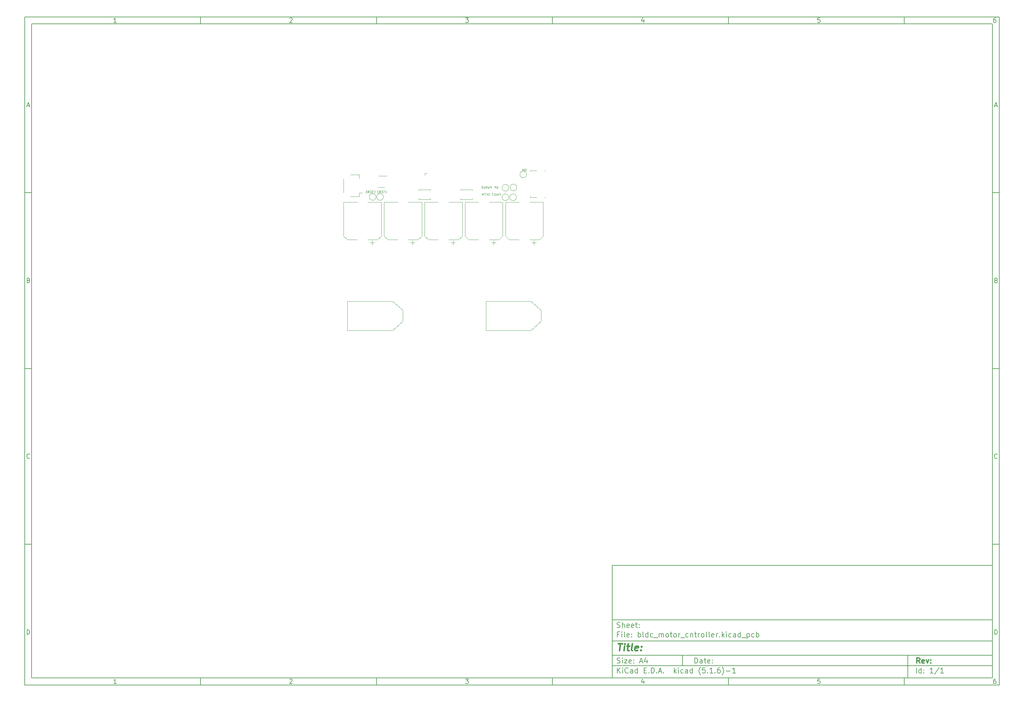
<source format=gbr>
G04 #@! TF.GenerationSoftware,KiCad,Pcbnew,(5.1.6)-1*
G04 #@! TF.CreationDate,2021-03-06T15:59:57+08:00*
G04 #@! TF.ProjectId,bldc_motor_cntroller,626c6463-5f6d-46f7-946f-725f636e7472,rev?*
G04 #@! TF.SameCoordinates,Original*
G04 #@! TF.FileFunction,Legend,Bot*
G04 #@! TF.FilePolarity,Positive*
%FSLAX46Y46*%
G04 Gerber Fmt 4.6, Leading zero omitted, Abs format (unit mm)*
G04 Created by KiCad (PCBNEW (5.1.6)-1) date 2021-03-06 15:59:57*
%MOMM*%
%LPD*%
G01*
G04 APERTURE LIST*
%ADD10C,0.100000*%
%ADD11C,0.150000*%
%ADD12C,0.300000*%
%ADD13C,0.400000*%
%ADD14C,0.120000*%
G04 APERTURE END LIST*
D10*
D11*
X177002200Y-166007200D02*
X177002200Y-198007200D01*
X285002200Y-198007200D01*
X285002200Y-166007200D01*
X177002200Y-166007200D01*
D10*
D11*
X10000000Y-10000000D02*
X10000000Y-200007200D01*
X287002200Y-200007200D01*
X287002200Y-10000000D01*
X10000000Y-10000000D01*
D10*
D11*
X12000000Y-12000000D02*
X12000000Y-198007200D01*
X285002200Y-198007200D01*
X285002200Y-12000000D01*
X12000000Y-12000000D01*
D10*
D11*
X60000000Y-12000000D02*
X60000000Y-10000000D01*
D10*
D11*
X110000000Y-12000000D02*
X110000000Y-10000000D01*
D10*
D11*
X160000000Y-12000000D02*
X160000000Y-10000000D01*
D10*
D11*
X210000000Y-12000000D02*
X210000000Y-10000000D01*
D10*
D11*
X260000000Y-12000000D02*
X260000000Y-10000000D01*
D10*
D11*
X36065476Y-11588095D02*
X35322619Y-11588095D01*
X35694047Y-11588095D02*
X35694047Y-10288095D01*
X35570238Y-10473809D01*
X35446428Y-10597619D01*
X35322619Y-10659523D01*
D10*
D11*
X85322619Y-10411904D02*
X85384523Y-10350000D01*
X85508333Y-10288095D01*
X85817857Y-10288095D01*
X85941666Y-10350000D01*
X86003571Y-10411904D01*
X86065476Y-10535714D01*
X86065476Y-10659523D01*
X86003571Y-10845238D01*
X85260714Y-11588095D01*
X86065476Y-11588095D01*
D10*
D11*
X135260714Y-10288095D02*
X136065476Y-10288095D01*
X135632142Y-10783333D01*
X135817857Y-10783333D01*
X135941666Y-10845238D01*
X136003571Y-10907142D01*
X136065476Y-11030952D01*
X136065476Y-11340476D01*
X136003571Y-11464285D01*
X135941666Y-11526190D01*
X135817857Y-11588095D01*
X135446428Y-11588095D01*
X135322619Y-11526190D01*
X135260714Y-11464285D01*
D10*
D11*
X185941666Y-10721428D02*
X185941666Y-11588095D01*
X185632142Y-10226190D02*
X185322619Y-11154761D01*
X186127380Y-11154761D01*
D10*
D11*
X236003571Y-10288095D02*
X235384523Y-10288095D01*
X235322619Y-10907142D01*
X235384523Y-10845238D01*
X235508333Y-10783333D01*
X235817857Y-10783333D01*
X235941666Y-10845238D01*
X236003571Y-10907142D01*
X236065476Y-11030952D01*
X236065476Y-11340476D01*
X236003571Y-11464285D01*
X235941666Y-11526190D01*
X235817857Y-11588095D01*
X235508333Y-11588095D01*
X235384523Y-11526190D01*
X235322619Y-11464285D01*
D10*
D11*
X285941666Y-10288095D02*
X285694047Y-10288095D01*
X285570238Y-10350000D01*
X285508333Y-10411904D01*
X285384523Y-10597619D01*
X285322619Y-10845238D01*
X285322619Y-11340476D01*
X285384523Y-11464285D01*
X285446428Y-11526190D01*
X285570238Y-11588095D01*
X285817857Y-11588095D01*
X285941666Y-11526190D01*
X286003571Y-11464285D01*
X286065476Y-11340476D01*
X286065476Y-11030952D01*
X286003571Y-10907142D01*
X285941666Y-10845238D01*
X285817857Y-10783333D01*
X285570238Y-10783333D01*
X285446428Y-10845238D01*
X285384523Y-10907142D01*
X285322619Y-11030952D01*
D10*
D11*
X60000000Y-198007200D02*
X60000000Y-200007200D01*
D10*
D11*
X110000000Y-198007200D02*
X110000000Y-200007200D01*
D10*
D11*
X160000000Y-198007200D02*
X160000000Y-200007200D01*
D10*
D11*
X210000000Y-198007200D02*
X210000000Y-200007200D01*
D10*
D11*
X260000000Y-198007200D02*
X260000000Y-200007200D01*
D10*
D11*
X36065476Y-199595295D02*
X35322619Y-199595295D01*
X35694047Y-199595295D02*
X35694047Y-198295295D01*
X35570238Y-198481009D01*
X35446428Y-198604819D01*
X35322619Y-198666723D01*
D10*
D11*
X85322619Y-198419104D02*
X85384523Y-198357200D01*
X85508333Y-198295295D01*
X85817857Y-198295295D01*
X85941666Y-198357200D01*
X86003571Y-198419104D01*
X86065476Y-198542914D01*
X86065476Y-198666723D01*
X86003571Y-198852438D01*
X85260714Y-199595295D01*
X86065476Y-199595295D01*
D10*
D11*
X135260714Y-198295295D02*
X136065476Y-198295295D01*
X135632142Y-198790533D01*
X135817857Y-198790533D01*
X135941666Y-198852438D01*
X136003571Y-198914342D01*
X136065476Y-199038152D01*
X136065476Y-199347676D01*
X136003571Y-199471485D01*
X135941666Y-199533390D01*
X135817857Y-199595295D01*
X135446428Y-199595295D01*
X135322619Y-199533390D01*
X135260714Y-199471485D01*
D10*
D11*
X185941666Y-198728628D02*
X185941666Y-199595295D01*
X185632142Y-198233390D02*
X185322619Y-199161961D01*
X186127380Y-199161961D01*
D10*
D11*
X236003571Y-198295295D02*
X235384523Y-198295295D01*
X235322619Y-198914342D01*
X235384523Y-198852438D01*
X235508333Y-198790533D01*
X235817857Y-198790533D01*
X235941666Y-198852438D01*
X236003571Y-198914342D01*
X236065476Y-199038152D01*
X236065476Y-199347676D01*
X236003571Y-199471485D01*
X235941666Y-199533390D01*
X235817857Y-199595295D01*
X235508333Y-199595295D01*
X235384523Y-199533390D01*
X235322619Y-199471485D01*
D10*
D11*
X285941666Y-198295295D02*
X285694047Y-198295295D01*
X285570238Y-198357200D01*
X285508333Y-198419104D01*
X285384523Y-198604819D01*
X285322619Y-198852438D01*
X285322619Y-199347676D01*
X285384523Y-199471485D01*
X285446428Y-199533390D01*
X285570238Y-199595295D01*
X285817857Y-199595295D01*
X285941666Y-199533390D01*
X286003571Y-199471485D01*
X286065476Y-199347676D01*
X286065476Y-199038152D01*
X286003571Y-198914342D01*
X285941666Y-198852438D01*
X285817857Y-198790533D01*
X285570238Y-198790533D01*
X285446428Y-198852438D01*
X285384523Y-198914342D01*
X285322619Y-199038152D01*
D10*
D11*
X10000000Y-60000000D02*
X12000000Y-60000000D01*
D10*
D11*
X10000000Y-110000000D02*
X12000000Y-110000000D01*
D10*
D11*
X10000000Y-160000000D02*
X12000000Y-160000000D01*
D10*
D11*
X10690476Y-35216666D02*
X11309523Y-35216666D01*
X10566666Y-35588095D02*
X11000000Y-34288095D01*
X11433333Y-35588095D01*
D10*
D11*
X11092857Y-84907142D02*
X11278571Y-84969047D01*
X11340476Y-85030952D01*
X11402380Y-85154761D01*
X11402380Y-85340476D01*
X11340476Y-85464285D01*
X11278571Y-85526190D01*
X11154761Y-85588095D01*
X10659523Y-85588095D01*
X10659523Y-84288095D01*
X11092857Y-84288095D01*
X11216666Y-84350000D01*
X11278571Y-84411904D01*
X11340476Y-84535714D01*
X11340476Y-84659523D01*
X11278571Y-84783333D01*
X11216666Y-84845238D01*
X11092857Y-84907142D01*
X10659523Y-84907142D01*
D10*
D11*
X11402380Y-135464285D02*
X11340476Y-135526190D01*
X11154761Y-135588095D01*
X11030952Y-135588095D01*
X10845238Y-135526190D01*
X10721428Y-135402380D01*
X10659523Y-135278571D01*
X10597619Y-135030952D01*
X10597619Y-134845238D01*
X10659523Y-134597619D01*
X10721428Y-134473809D01*
X10845238Y-134350000D01*
X11030952Y-134288095D01*
X11154761Y-134288095D01*
X11340476Y-134350000D01*
X11402380Y-134411904D01*
D10*
D11*
X10659523Y-185588095D02*
X10659523Y-184288095D01*
X10969047Y-184288095D01*
X11154761Y-184350000D01*
X11278571Y-184473809D01*
X11340476Y-184597619D01*
X11402380Y-184845238D01*
X11402380Y-185030952D01*
X11340476Y-185278571D01*
X11278571Y-185402380D01*
X11154761Y-185526190D01*
X10969047Y-185588095D01*
X10659523Y-185588095D01*
D10*
D11*
X287002200Y-60000000D02*
X285002200Y-60000000D01*
D10*
D11*
X287002200Y-110000000D02*
X285002200Y-110000000D01*
D10*
D11*
X287002200Y-160000000D02*
X285002200Y-160000000D01*
D10*
D11*
X285692676Y-35216666D02*
X286311723Y-35216666D01*
X285568866Y-35588095D02*
X286002200Y-34288095D01*
X286435533Y-35588095D01*
D10*
D11*
X286095057Y-84907142D02*
X286280771Y-84969047D01*
X286342676Y-85030952D01*
X286404580Y-85154761D01*
X286404580Y-85340476D01*
X286342676Y-85464285D01*
X286280771Y-85526190D01*
X286156961Y-85588095D01*
X285661723Y-85588095D01*
X285661723Y-84288095D01*
X286095057Y-84288095D01*
X286218866Y-84350000D01*
X286280771Y-84411904D01*
X286342676Y-84535714D01*
X286342676Y-84659523D01*
X286280771Y-84783333D01*
X286218866Y-84845238D01*
X286095057Y-84907142D01*
X285661723Y-84907142D01*
D10*
D11*
X286404580Y-135464285D02*
X286342676Y-135526190D01*
X286156961Y-135588095D01*
X286033152Y-135588095D01*
X285847438Y-135526190D01*
X285723628Y-135402380D01*
X285661723Y-135278571D01*
X285599819Y-135030952D01*
X285599819Y-134845238D01*
X285661723Y-134597619D01*
X285723628Y-134473809D01*
X285847438Y-134350000D01*
X286033152Y-134288095D01*
X286156961Y-134288095D01*
X286342676Y-134350000D01*
X286404580Y-134411904D01*
D10*
D11*
X285661723Y-185588095D02*
X285661723Y-184288095D01*
X285971247Y-184288095D01*
X286156961Y-184350000D01*
X286280771Y-184473809D01*
X286342676Y-184597619D01*
X286404580Y-184845238D01*
X286404580Y-185030952D01*
X286342676Y-185278571D01*
X286280771Y-185402380D01*
X286156961Y-185526190D01*
X285971247Y-185588095D01*
X285661723Y-185588095D01*
D10*
D11*
X200434342Y-193785771D02*
X200434342Y-192285771D01*
X200791485Y-192285771D01*
X201005771Y-192357200D01*
X201148628Y-192500057D01*
X201220057Y-192642914D01*
X201291485Y-192928628D01*
X201291485Y-193142914D01*
X201220057Y-193428628D01*
X201148628Y-193571485D01*
X201005771Y-193714342D01*
X200791485Y-193785771D01*
X200434342Y-193785771D01*
X202577200Y-193785771D02*
X202577200Y-193000057D01*
X202505771Y-192857200D01*
X202362914Y-192785771D01*
X202077200Y-192785771D01*
X201934342Y-192857200D01*
X202577200Y-193714342D02*
X202434342Y-193785771D01*
X202077200Y-193785771D01*
X201934342Y-193714342D01*
X201862914Y-193571485D01*
X201862914Y-193428628D01*
X201934342Y-193285771D01*
X202077200Y-193214342D01*
X202434342Y-193214342D01*
X202577200Y-193142914D01*
X203077200Y-192785771D02*
X203648628Y-192785771D01*
X203291485Y-192285771D02*
X203291485Y-193571485D01*
X203362914Y-193714342D01*
X203505771Y-193785771D01*
X203648628Y-193785771D01*
X204720057Y-193714342D02*
X204577200Y-193785771D01*
X204291485Y-193785771D01*
X204148628Y-193714342D01*
X204077200Y-193571485D01*
X204077200Y-193000057D01*
X204148628Y-192857200D01*
X204291485Y-192785771D01*
X204577200Y-192785771D01*
X204720057Y-192857200D01*
X204791485Y-193000057D01*
X204791485Y-193142914D01*
X204077200Y-193285771D01*
X205434342Y-193642914D02*
X205505771Y-193714342D01*
X205434342Y-193785771D01*
X205362914Y-193714342D01*
X205434342Y-193642914D01*
X205434342Y-193785771D01*
X205434342Y-192857200D02*
X205505771Y-192928628D01*
X205434342Y-193000057D01*
X205362914Y-192928628D01*
X205434342Y-192857200D01*
X205434342Y-193000057D01*
D10*
D11*
X177002200Y-194507200D02*
X285002200Y-194507200D01*
D10*
D11*
X178434342Y-196585771D02*
X178434342Y-195085771D01*
X179291485Y-196585771D02*
X178648628Y-195728628D01*
X179291485Y-195085771D02*
X178434342Y-195942914D01*
X179934342Y-196585771D02*
X179934342Y-195585771D01*
X179934342Y-195085771D02*
X179862914Y-195157200D01*
X179934342Y-195228628D01*
X180005771Y-195157200D01*
X179934342Y-195085771D01*
X179934342Y-195228628D01*
X181505771Y-196442914D02*
X181434342Y-196514342D01*
X181220057Y-196585771D01*
X181077200Y-196585771D01*
X180862914Y-196514342D01*
X180720057Y-196371485D01*
X180648628Y-196228628D01*
X180577200Y-195942914D01*
X180577200Y-195728628D01*
X180648628Y-195442914D01*
X180720057Y-195300057D01*
X180862914Y-195157200D01*
X181077200Y-195085771D01*
X181220057Y-195085771D01*
X181434342Y-195157200D01*
X181505771Y-195228628D01*
X182791485Y-196585771D02*
X182791485Y-195800057D01*
X182720057Y-195657200D01*
X182577200Y-195585771D01*
X182291485Y-195585771D01*
X182148628Y-195657200D01*
X182791485Y-196514342D02*
X182648628Y-196585771D01*
X182291485Y-196585771D01*
X182148628Y-196514342D01*
X182077200Y-196371485D01*
X182077200Y-196228628D01*
X182148628Y-196085771D01*
X182291485Y-196014342D01*
X182648628Y-196014342D01*
X182791485Y-195942914D01*
X184148628Y-196585771D02*
X184148628Y-195085771D01*
X184148628Y-196514342D02*
X184005771Y-196585771D01*
X183720057Y-196585771D01*
X183577200Y-196514342D01*
X183505771Y-196442914D01*
X183434342Y-196300057D01*
X183434342Y-195871485D01*
X183505771Y-195728628D01*
X183577200Y-195657200D01*
X183720057Y-195585771D01*
X184005771Y-195585771D01*
X184148628Y-195657200D01*
X186005771Y-195800057D02*
X186505771Y-195800057D01*
X186720057Y-196585771D02*
X186005771Y-196585771D01*
X186005771Y-195085771D01*
X186720057Y-195085771D01*
X187362914Y-196442914D02*
X187434342Y-196514342D01*
X187362914Y-196585771D01*
X187291485Y-196514342D01*
X187362914Y-196442914D01*
X187362914Y-196585771D01*
X188077200Y-196585771D02*
X188077200Y-195085771D01*
X188434342Y-195085771D01*
X188648628Y-195157200D01*
X188791485Y-195300057D01*
X188862914Y-195442914D01*
X188934342Y-195728628D01*
X188934342Y-195942914D01*
X188862914Y-196228628D01*
X188791485Y-196371485D01*
X188648628Y-196514342D01*
X188434342Y-196585771D01*
X188077200Y-196585771D01*
X189577200Y-196442914D02*
X189648628Y-196514342D01*
X189577200Y-196585771D01*
X189505771Y-196514342D01*
X189577200Y-196442914D01*
X189577200Y-196585771D01*
X190220057Y-196157200D02*
X190934342Y-196157200D01*
X190077200Y-196585771D02*
X190577200Y-195085771D01*
X191077200Y-196585771D01*
X191577200Y-196442914D02*
X191648628Y-196514342D01*
X191577200Y-196585771D01*
X191505771Y-196514342D01*
X191577200Y-196442914D01*
X191577200Y-196585771D01*
X194577200Y-196585771D02*
X194577200Y-195085771D01*
X194720057Y-196014342D02*
X195148628Y-196585771D01*
X195148628Y-195585771D02*
X194577200Y-196157200D01*
X195791485Y-196585771D02*
X195791485Y-195585771D01*
X195791485Y-195085771D02*
X195720057Y-195157200D01*
X195791485Y-195228628D01*
X195862914Y-195157200D01*
X195791485Y-195085771D01*
X195791485Y-195228628D01*
X197148628Y-196514342D02*
X197005771Y-196585771D01*
X196720057Y-196585771D01*
X196577200Y-196514342D01*
X196505771Y-196442914D01*
X196434342Y-196300057D01*
X196434342Y-195871485D01*
X196505771Y-195728628D01*
X196577200Y-195657200D01*
X196720057Y-195585771D01*
X197005771Y-195585771D01*
X197148628Y-195657200D01*
X198434342Y-196585771D02*
X198434342Y-195800057D01*
X198362914Y-195657200D01*
X198220057Y-195585771D01*
X197934342Y-195585771D01*
X197791485Y-195657200D01*
X198434342Y-196514342D02*
X198291485Y-196585771D01*
X197934342Y-196585771D01*
X197791485Y-196514342D01*
X197720057Y-196371485D01*
X197720057Y-196228628D01*
X197791485Y-196085771D01*
X197934342Y-196014342D01*
X198291485Y-196014342D01*
X198434342Y-195942914D01*
X199791485Y-196585771D02*
X199791485Y-195085771D01*
X199791485Y-196514342D02*
X199648628Y-196585771D01*
X199362914Y-196585771D01*
X199220057Y-196514342D01*
X199148628Y-196442914D01*
X199077200Y-196300057D01*
X199077200Y-195871485D01*
X199148628Y-195728628D01*
X199220057Y-195657200D01*
X199362914Y-195585771D01*
X199648628Y-195585771D01*
X199791485Y-195657200D01*
X202077200Y-197157200D02*
X202005771Y-197085771D01*
X201862914Y-196871485D01*
X201791485Y-196728628D01*
X201720057Y-196514342D01*
X201648628Y-196157200D01*
X201648628Y-195871485D01*
X201720057Y-195514342D01*
X201791485Y-195300057D01*
X201862914Y-195157200D01*
X202005771Y-194942914D01*
X202077200Y-194871485D01*
X203362914Y-195085771D02*
X202648628Y-195085771D01*
X202577200Y-195800057D01*
X202648628Y-195728628D01*
X202791485Y-195657200D01*
X203148628Y-195657200D01*
X203291485Y-195728628D01*
X203362914Y-195800057D01*
X203434342Y-195942914D01*
X203434342Y-196300057D01*
X203362914Y-196442914D01*
X203291485Y-196514342D01*
X203148628Y-196585771D01*
X202791485Y-196585771D01*
X202648628Y-196514342D01*
X202577200Y-196442914D01*
X204077200Y-196442914D02*
X204148628Y-196514342D01*
X204077200Y-196585771D01*
X204005771Y-196514342D01*
X204077200Y-196442914D01*
X204077200Y-196585771D01*
X205577200Y-196585771D02*
X204720057Y-196585771D01*
X205148628Y-196585771D02*
X205148628Y-195085771D01*
X205005771Y-195300057D01*
X204862914Y-195442914D01*
X204720057Y-195514342D01*
X206220057Y-196442914D02*
X206291485Y-196514342D01*
X206220057Y-196585771D01*
X206148628Y-196514342D01*
X206220057Y-196442914D01*
X206220057Y-196585771D01*
X207577200Y-195085771D02*
X207291485Y-195085771D01*
X207148628Y-195157200D01*
X207077200Y-195228628D01*
X206934342Y-195442914D01*
X206862914Y-195728628D01*
X206862914Y-196300057D01*
X206934342Y-196442914D01*
X207005771Y-196514342D01*
X207148628Y-196585771D01*
X207434342Y-196585771D01*
X207577200Y-196514342D01*
X207648628Y-196442914D01*
X207720057Y-196300057D01*
X207720057Y-195942914D01*
X207648628Y-195800057D01*
X207577200Y-195728628D01*
X207434342Y-195657200D01*
X207148628Y-195657200D01*
X207005771Y-195728628D01*
X206934342Y-195800057D01*
X206862914Y-195942914D01*
X208220057Y-197157200D02*
X208291485Y-197085771D01*
X208434342Y-196871485D01*
X208505771Y-196728628D01*
X208577200Y-196514342D01*
X208648628Y-196157200D01*
X208648628Y-195871485D01*
X208577200Y-195514342D01*
X208505771Y-195300057D01*
X208434342Y-195157200D01*
X208291485Y-194942914D01*
X208220057Y-194871485D01*
X209362914Y-196014342D02*
X210505771Y-196014342D01*
X212005771Y-196585771D02*
X211148628Y-196585771D01*
X211577200Y-196585771D02*
X211577200Y-195085771D01*
X211434342Y-195300057D01*
X211291485Y-195442914D01*
X211148628Y-195514342D01*
D10*
D11*
X177002200Y-191507200D02*
X285002200Y-191507200D01*
D10*
D12*
X264411485Y-193785771D02*
X263911485Y-193071485D01*
X263554342Y-193785771D02*
X263554342Y-192285771D01*
X264125771Y-192285771D01*
X264268628Y-192357200D01*
X264340057Y-192428628D01*
X264411485Y-192571485D01*
X264411485Y-192785771D01*
X264340057Y-192928628D01*
X264268628Y-193000057D01*
X264125771Y-193071485D01*
X263554342Y-193071485D01*
X265625771Y-193714342D02*
X265482914Y-193785771D01*
X265197200Y-193785771D01*
X265054342Y-193714342D01*
X264982914Y-193571485D01*
X264982914Y-193000057D01*
X265054342Y-192857200D01*
X265197200Y-192785771D01*
X265482914Y-192785771D01*
X265625771Y-192857200D01*
X265697200Y-193000057D01*
X265697200Y-193142914D01*
X264982914Y-193285771D01*
X266197200Y-192785771D02*
X266554342Y-193785771D01*
X266911485Y-192785771D01*
X267482914Y-193642914D02*
X267554342Y-193714342D01*
X267482914Y-193785771D01*
X267411485Y-193714342D01*
X267482914Y-193642914D01*
X267482914Y-193785771D01*
X267482914Y-192857200D02*
X267554342Y-192928628D01*
X267482914Y-193000057D01*
X267411485Y-192928628D01*
X267482914Y-192857200D01*
X267482914Y-193000057D01*
D10*
D11*
X178362914Y-193714342D02*
X178577200Y-193785771D01*
X178934342Y-193785771D01*
X179077200Y-193714342D01*
X179148628Y-193642914D01*
X179220057Y-193500057D01*
X179220057Y-193357200D01*
X179148628Y-193214342D01*
X179077200Y-193142914D01*
X178934342Y-193071485D01*
X178648628Y-193000057D01*
X178505771Y-192928628D01*
X178434342Y-192857200D01*
X178362914Y-192714342D01*
X178362914Y-192571485D01*
X178434342Y-192428628D01*
X178505771Y-192357200D01*
X178648628Y-192285771D01*
X179005771Y-192285771D01*
X179220057Y-192357200D01*
X179862914Y-193785771D02*
X179862914Y-192785771D01*
X179862914Y-192285771D02*
X179791485Y-192357200D01*
X179862914Y-192428628D01*
X179934342Y-192357200D01*
X179862914Y-192285771D01*
X179862914Y-192428628D01*
X180434342Y-192785771D02*
X181220057Y-192785771D01*
X180434342Y-193785771D01*
X181220057Y-193785771D01*
X182362914Y-193714342D02*
X182220057Y-193785771D01*
X181934342Y-193785771D01*
X181791485Y-193714342D01*
X181720057Y-193571485D01*
X181720057Y-193000057D01*
X181791485Y-192857200D01*
X181934342Y-192785771D01*
X182220057Y-192785771D01*
X182362914Y-192857200D01*
X182434342Y-193000057D01*
X182434342Y-193142914D01*
X181720057Y-193285771D01*
X183077200Y-193642914D02*
X183148628Y-193714342D01*
X183077200Y-193785771D01*
X183005771Y-193714342D01*
X183077200Y-193642914D01*
X183077200Y-193785771D01*
X183077200Y-192857200D02*
X183148628Y-192928628D01*
X183077200Y-193000057D01*
X183005771Y-192928628D01*
X183077200Y-192857200D01*
X183077200Y-193000057D01*
X184862914Y-193357200D02*
X185577200Y-193357200D01*
X184720057Y-193785771D02*
X185220057Y-192285771D01*
X185720057Y-193785771D01*
X186862914Y-192785771D02*
X186862914Y-193785771D01*
X186505771Y-192214342D02*
X186148628Y-193285771D01*
X187077200Y-193285771D01*
D10*
D11*
X263434342Y-196585771D02*
X263434342Y-195085771D01*
X264791485Y-196585771D02*
X264791485Y-195085771D01*
X264791485Y-196514342D02*
X264648628Y-196585771D01*
X264362914Y-196585771D01*
X264220057Y-196514342D01*
X264148628Y-196442914D01*
X264077200Y-196300057D01*
X264077200Y-195871485D01*
X264148628Y-195728628D01*
X264220057Y-195657200D01*
X264362914Y-195585771D01*
X264648628Y-195585771D01*
X264791485Y-195657200D01*
X265505771Y-196442914D02*
X265577200Y-196514342D01*
X265505771Y-196585771D01*
X265434342Y-196514342D01*
X265505771Y-196442914D01*
X265505771Y-196585771D01*
X265505771Y-195657200D02*
X265577200Y-195728628D01*
X265505771Y-195800057D01*
X265434342Y-195728628D01*
X265505771Y-195657200D01*
X265505771Y-195800057D01*
X268148628Y-196585771D02*
X267291485Y-196585771D01*
X267720057Y-196585771D02*
X267720057Y-195085771D01*
X267577200Y-195300057D01*
X267434342Y-195442914D01*
X267291485Y-195514342D01*
X269862914Y-195014342D02*
X268577200Y-196942914D01*
X271148628Y-196585771D02*
X270291485Y-196585771D01*
X270720057Y-196585771D02*
X270720057Y-195085771D01*
X270577200Y-195300057D01*
X270434342Y-195442914D01*
X270291485Y-195514342D01*
D10*
D11*
X177002200Y-187507200D02*
X285002200Y-187507200D01*
D10*
D13*
X178714580Y-188211961D02*
X179857438Y-188211961D01*
X179036009Y-190211961D02*
X179286009Y-188211961D01*
X180274104Y-190211961D02*
X180440771Y-188878628D01*
X180524104Y-188211961D02*
X180416961Y-188307200D01*
X180500295Y-188402438D01*
X180607438Y-188307200D01*
X180524104Y-188211961D01*
X180500295Y-188402438D01*
X181107438Y-188878628D02*
X181869342Y-188878628D01*
X181476485Y-188211961D02*
X181262200Y-189926247D01*
X181333628Y-190116723D01*
X181512200Y-190211961D01*
X181702676Y-190211961D01*
X182655057Y-190211961D02*
X182476485Y-190116723D01*
X182405057Y-189926247D01*
X182619342Y-188211961D01*
X184190771Y-190116723D02*
X183988390Y-190211961D01*
X183607438Y-190211961D01*
X183428866Y-190116723D01*
X183357438Y-189926247D01*
X183452676Y-189164342D01*
X183571723Y-188973866D01*
X183774104Y-188878628D01*
X184155057Y-188878628D01*
X184333628Y-188973866D01*
X184405057Y-189164342D01*
X184381247Y-189354819D01*
X183405057Y-189545295D01*
X185155057Y-190021485D02*
X185238390Y-190116723D01*
X185131247Y-190211961D01*
X185047914Y-190116723D01*
X185155057Y-190021485D01*
X185131247Y-190211961D01*
X185286009Y-188973866D02*
X185369342Y-189069104D01*
X185262200Y-189164342D01*
X185178866Y-189069104D01*
X185286009Y-188973866D01*
X185262200Y-189164342D01*
D10*
D11*
X178934342Y-185600057D02*
X178434342Y-185600057D01*
X178434342Y-186385771D02*
X178434342Y-184885771D01*
X179148628Y-184885771D01*
X179720057Y-186385771D02*
X179720057Y-185385771D01*
X179720057Y-184885771D02*
X179648628Y-184957200D01*
X179720057Y-185028628D01*
X179791485Y-184957200D01*
X179720057Y-184885771D01*
X179720057Y-185028628D01*
X180648628Y-186385771D02*
X180505771Y-186314342D01*
X180434342Y-186171485D01*
X180434342Y-184885771D01*
X181791485Y-186314342D02*
X181648628Y-186385771D01*
X181362914Y-186385771D01*
X181220057Y-186314342D01*
X181148628Y-186171485D01*
X181148628Y-185600057D01*
X181220057Y-185457200D01*
X181362914Y-185385771D01*
X181648628Y-185385771D01*
X181791485Y-185457200D01*
X181862914Y-185600057D01*
X181862914Y-185742914D01*
X181148628Y-185885771D01*
X182505771Y-186242914D02*
X182577200Y-186314342D01*
X182505771Y-186385771D01*
X182434342Y-186314342D01*
X182505771Y-186242914D01*
X182505771Y-186385771D01*
X182505771Y-185457200D02*
X182577200Y-185528628D01*
X182505771Y-185600057D01*
X182434342Y-185528628D01*
X182505771Y-185457200D01*
X182505771Y-185600057D01*
X184362914Y-186385771D02*
X184362914Y-184885771D01*
X184362914Y-185457200D02*
X184505771Y-185385771D01*
X184791485Y-185385771D01*
X184934342Y-185457200D01*
X185005771Y-185528628D01*
X185077200Y-185671485D01*
X185077200Y-186100057D01*
X185005771Y-186242914D01*
X184934342Y-186314342D01*
X184791485Y-186385771D01*
X184505771Y-186385771D01*
X184362914Y-186314342D01*
X185934342Y-186385771D02*
X185791485Y-186314342D01*
X185720057Y-186171485D01*
X185720057Y-184885771D01*
X187148628Y-186385771D02*
X187148628Y-184885771D01*
X187148628Y-186314342D02*
X187005771Y-186385771D01*
X186720057Y-186385771D01*
X186577200Y-186314342D01*
X186505771Y-186242914D01*
X186434342Y-186100057D01*
X186434342Y-185671485D01*
X186505771Y-185528628D01*
X186577200Y-185457200D01*
X186720057Y-185385771D01*
X187005771Y-185385771D01*
X187148628Y-185457200D01*
X188505771Y-186314342D02*
X188362914Y-186385771D01*
X188077200Y-186385771D01*
X187934342Y-186314342D01*
X187862914Y-186242914D01*
X187791485Y-186100057D01*
X187791485Y-185671485D01*
X187862914Y-185528628D01*
X187934342Y-185457200D01*
X188077200Y-185385771D01*
X188362914Y-185385771D01*
X188505771Y-185457200D01*
X188791485Y-186528628D02*
X189934342Y-186528628D01*
X190291485Y-186385771D02*
X190291485Y-185385771D01*
X190291485Y-185528628D02*
X190362914Y-185457200D01*
X190505771Y-185385771D01*
X190720057Y-185385771D01*
X190862914Y-185457200D01*
X190934342Y-185600057D01*
X190934342Y-186385771D01*
X190934342Y-185600057D02*
X191005771Y-185457200D01*
X191148628Y-185385771D01*
X191362914Y-185385771D01*
X191505771Y-185457200D01*
X191577200Y-185600057D01*
X191577200Y-186385771D01*
X192505771Y-186385771D02*
X192362914Y-186314342D01*
X192291485Y-186242914D01*
X192220057Y-186100057D01*
X192220057Y-185671485D01*
X192291485Y-185528628D01*
X192362914Y-185457200D01*
X192505771Y-185385771D01*
X192720057Y-185385771D01*
X192862914Y-185457200D01*
X192934342Y-185528628D01*
X193005771Y-185671485D01*
X193005771Y-186100057D01*
X192934342Y-186242914D01*
X192862914Y-186314342D01*
X192720057Y-186385771D01*
X192505771Y-186385771D01*
X193434342Y-185385771D02*
X194005771Y-185385771D01*
X193648628Y-184885771D02*
X193648628Y-186171485D01*
X193720057Y-186314342D01*
X193862914Y-186385771D01*
X194005771Y-186385771D01*
X194720057Y-186385771D02*
X194577200Y-186314342D01*
X194505771Y-186242914D01*
X194434342Y-186100057D01*
X194434342Y-185671485D01*
X194505771Y-185528628D01*
X194577200Y-185457200D01*
X194720057Y-185385771D01*
X194934342Y-185385771D01*
X195077200Y-185457200D01*
X195148628Y-185528628D01*
X195220057Y-185671485D01*
X195220057Y-186100057D01*
X195148628Y-186242914D01*
X195077200Y-186314342D01*
X194934342Y-186385771D01*
X194720057Y-186385771D01*
X195862914Y-186385771D02*
X195862914Y-185385771D01*
X195862914Y-185671485D02*
X195934342Y-185528628D01*
X196005771Y-185457200D01*
X196148628Y-185385771D01*
X196291485Y-185385771D01*
X196434342Y-186528628D02*
X197577200Y-186528628D01*
X198577200Y-186314342D02*
X198434342Y-186385771D01*
X198148628Y-186385771D01*
X198005771Y-186314342D01*
X197934342Y-186242914D01*
X197862914Y-186100057D01*
X197862914Y-185671485D01*
X197934342Y-185528628D01*
X198005771Y-185457200D01*
X198148628Y-185385771D01*
X198434342Y-185385771D01*
X198577200Y-185457200D01*
X199220057Y-185385771D02*
X199220057Y-186385771D01*
X199220057Y-185528628D02*
X199291485Y-185457200D01*
X199434342Y-185385771D01*
X199648628Y-185385771D01*
X199791485Y-185457200D01*
X199862914Y-185600057D01*
X199862914Y-186385771D01*
X200362914Y-185385771D02*
X200934342Y-185385771D01*
X200577200Y-184885771D02*
X200577200Y-186171485D01*
X200648628Y-186314342D01*
X200791485Y-186385771D01*
X200934342Y-186385771D01*
X201434342Y-186385771D02*
X201434342Y-185385771D01*
X201434342Y-185671485D02*
X201505771Y-185528628D01*
X201577200Y-185457200D01*
X201720057Y-185385771D01*
X201862914Y-185385771D01*
X202577200Y-186385771D02*
X202434342Y-186314342D01*
X202362914Y-186242914D01*
X202291485Y-186100057D01*
X202291485Y-185671485D01*
X202362914Y-185528628D01*
X202434342Y-185457200D01*
X202577200Y-185385771D01*
X202791485Y-185385771D01*
X202934342Y-185457200D01*
X203005771Y-185528628D01*
X203077200Y-185671485D01*
X203077200Y-186100057D01*
X203005771Y-186242914D01*
X202934342Y-186314342D01*
X202791485Y-186385771D01*
X202577200Y-186385771D01*
X203934342Y-186385771D02*
X203791485Y-186314342D01*
X203720057Y-186171485D01*
X203720057Y-184885771D01*
X204720057Y-186385771D02*
X204577200Y-186314342D01*
X204505771Y-186171485D01*
X204505771Y-184885771D01*
X205862914Y-186314342D02*
X205720057Y-186385771D01*
X205434342Y-186385771D01*
X205291485Y-186314342D01*
X205220057Y-186171485D01*
X205220057Y-185600057D01*
X205291485Y-185457200D01*
X205434342Y-185385771D01*
X205720057Y-185385771D01*
X205862914Y-185457200D01*
X205934342Y-185600057D01*
X205934342Y-185742914D01*
X205220057Y-185885771D01*
X206577200Y-186385771D02*
X206577200Y-185385771D01*
X206577200Y-185671485D02*
X206648628Y-185528628D01*
X206720057Y-185457200D01*
X206862914Y-185385771D01*
X207005771Y-185385771D01*
X207505771Y-186242914D02*
X207577200Y-186314342D01*
X207505771Y-186385771D01*
X207434342Y-186314342D01*
X207505771Y-186242914D01*
X207505771Y-186385771D01*
X208220057Y-186385771D02*
X208220057Y-184885771D01*
X208362914Y-185814342D02*
X208791485Y-186385771D01*
X208791485Y-185385771D02*
X208220057Y-185957200D01*
X209434342Y-186385771D02*
X209434342Y-185385771D01*
X209434342Y-184885771D02*
X209362914Y-184957200D01*
X209434342Y-185028628D01*
X209505771Y-184957200D01*
X209434342Y-184885771D01*
X209434342Y-185028628D01*
X210791485Y-186314342D02*
X210648628Y-186385771D01*
X210362914Y-186385771D01*
X210220057Y-186314342D01*
X210148628Y-186242914D01*
X210077200Y-186100057D01*
X210077200Y-185671485D01*
X210148628Y-185528628D01*
X210220057Y-185457200D01*
X210362914Y-185385771D01*
X210648628Y-185385771D01*
X210791485Y-185457200D01*
X212077200Y-186385771D02*
X212077200Y-185600057D01*
X212005771Y-185457200D01*
X211862914Y-185385771D01*
X211577200Y-185385771D01*
X211434342Y-185457200D01*
X212077200Y-186314342D02*
X211934342Y-186385771D01*
X211577200Y-186385771D01*
X211434342Y-186314342D01*
X211362914Y-186171485D01*
X211362914Y-186028628D01*
X211434342Y-185885771D01*
X211577200Y-185814342D01*
X211934342Y-185814342D01*
X212077200Y-185742914D01*
X213434342Y-186385771D02*
X213434342Y-184885771D01*
X213434342Y-186314342D02*
X213291485Y-186385771D01*
X213005771Y-186385771D01*
X212862914Y-186314342D01*
X212791485Y-186242914D01*
X212720057Y-186100057D01*
X212720057Y-185671485D01*
X212791485Y-185528628D01*
X212862914Y-185457200D01*
X213005771Y-185385771D01*
X213291485Y-185385771D01*
X213434342Y-185457200D01*
X213791485Y-186528628D02*
X214934342Y-186528628D01*
X215291485Y-185385771D02*
X215291485Y-186885771D01*
X215291485Y-185457200D02*
X215434342Y-185385771D01*
X215720057Y-185385771D01*
X215862914Y-185457200D01*
X215934342Y-185528628D01*
X216005771Y-185671485D01*
X216005771Y-186100057D01*
X215934342Y-186242914D01*
X215862914Y-186314342D01*
X215720057Y-186385771D01*
X215434342Y-186385771D01*
X215291485Y-186314342D01*
X217291485Y-186314342D02*
X217148628Y-186385771D01*
X216862914Y-186385771D01*
X216720057Y-186314342D01*
X216648628Y-186242914D01*
X216577200Y-186100057D01*
X216577200Y-185671485D01*
X216648628Y-185528628D01*
X216720057Y-185457200D01*
X216862914Y-185385771D01*
X217148628Y-185385771D01*
X217291485Y-185457200D01*
X217934342Y-186385771D02*
X217934342Y-184885771D01*
X217934342Y-185457200D02*
X218077200Y-185385771D01*
X218362914Y-185385771D01*
X218505771Y-185457200D01*
X218577200Y-185528628D01*
X218648628Y-185671485D01*
X218648628Y-186100057D01*
X218577200Y-186242914D01*
X218505771Y-186314342D01*
X218362914Y-186385771D01*
X218077200Y-186385771D01*
X217934342Y-186314342D01*
D10*
D11*
X177002200Y-181507200D02*
X285002200Y-181507200D01*
D10*
D11*
X178362914Y-183614342D02*
X178577200Y-183685771D01*
X178934342Y-183685771D01*
X179077200Y-183614342D01*
X179148628Y-183542914D01*
X179220057Y-183400057D01*
X179220057Y-183257200D01*
X179148628Y-183114342D01*
X179077200Y-183042914D01*
X178934342Y-182971485D01*
X178648628Y-182900057D01*
X178505771Y-182828628D01*
X178434342Y-182757200D01*
X178362914Y-182614342D01*
X178362914Y-182471485D01*
X178434342Y-182328628D01*
X178505771Y-182257200D01*
X178648628Y-182185771D01*
X179005771Y-182185771D01*
X179220057Y-182257200D01*
X179862914Y-183685771D02*
X179862914Y-182185771D01*
X180505771Y-183685771D02*
X180505771Y-182900057D01*
X180434342Y-182757200D01*
X180291485Y-182685771D01*
X180077200Y-182685771D01*
X179934342Y-182757200D01*
X179862914Y-182828628D01*
X181791485Y-183614342D02*
X181648628Y-183685771D01*
X181362914Y-183685771D01*
X181220057Y-183614342D01*
X181148628Y-183471485D01*
X181148628Y-182900057D01*
X181220057Y-182757200D01*
X181362914Y-182685771D01*
X181648628Y-182685771D01*
X181791485Y-182757200D01*
X181862914Y-182900057D01*
X181862914Y-183042914D01*
X181148628Y-183185771D01*
X183077200Y-183614342D02*
X182934342Y-183685771D01*
X182648628Y-183685771D01*
X182505771Y-183614342D01*
X182434342Y-183471485D01*
X182434342Y-182900057D01*
X182505771Y-182757200D01*
X182648628Y-182685771D01*
X182934342Y-182685771D01*
X183077200Y-182757200D01*
X183148628Y-182900057D01*
X183148628Y-183042914D01*
X182434342Y-183185771D01*
X183577200Y-182685771D02*
X184148628Y-182685771D01*
X183791485Y-182185771D02*
X183791485Y-183471485D01*
X183862914Y-183614342D01*
X184005771Y-183685771D01*
X184148628Y-183685771D01*
X184648628Y-183542914D02*
X184720057Y-183614342D01*
X184648628Y-183685771D01*
X184577200Y-183614342D01*
X184648628Y-183542914D01*
X184648628Y-183685771D01*
X184648628Y-182757200D02*
X184720057Y-182828628D01*
X184648628Y-182900057D01*
X184577200Y-182828628D01*
X184648628Y-182757200D01*
X184648628Y-182900057D01*
D10*
D11*
X197002200Y-191507200D02*
X197002200Y-194507200D01*
D10*
D11*
X261002200Y-191507200D02*
X261002200Y-198007200D01*
D14*
X152500000Y-53771428D02*
X152500000Y-53171428D01*
X152357142Y-53171428D01*
X152271428Y-53200000D01*
X152214285Y-53257142D01*
X152185714Y-53314285D01*
X152157142Y-53428571D01*
X152157142Y-53514285D01*
X152185714Y-53628571D01*
X152214285Y-53685714D01*
X152271428Y-53742857D01*
X152357142Y-53771428D01*
X152500000Y-53771428D01*
X151900000Y-53771428D02*
X151900000Y-53171428D01*
X151700000Y-53600000D01*
X151500000Y-53171428D01*
X151500000Y-53771428D01*
X144457142Y-58771428D02*
X144457142Y-58171428D01*
X144314285Y-58171428D01*
X144228571Y-58200000D01*
X144171428Y-58257142D01*
X144142857Y-58314285D01*
X144114285Y-58428571D01*
X144114285Y-58514285D01*
X144142857Y-58628571D01*
X144171428Y-58685714D01*
X144228571Y-58742857D01*
X144314285Y-58771428D01*
X144457142Y-58771428D01*
X143857142Y-58771428D02*
X143857142Y-58171428D01*
X143628571Y-58171428D01*
X143571428Y-58200000D01*
X143542857Y-58228571D01*
X143514285Y-58285714D01*
X143514285Y-58371428D01*
X143542857Y-58428571D01*
X143571428Y-58457142D01*
X143628571Y-58485714D01*
X143857142Y-58485714D01*
X142650000Y-58771428D02*
X142650000Y-58171428D01*
X142421428Y-58171428D01*
X142364285Y-58200000D01*
X142335714Y-58228571D01*
X142307142Y-58285714D01*
X142307142Y-58371428D01*
X142335714Y-58428571D01*
X142364285Y-58457142D01*
X142421428Y-58485714D01*
X142650000Y-58485714D01*
X142107142Y-58171428D02*
X141964285Y-58771428D01*
X141850000Y-58342857D01*
X141735714Y-58771428D01*
X141592857Y-58171428D01*
X141021428Y-58771428D02*
X141221428Y-58485714D01*
X141364285Y-58771428D02*
X141364285Y-58171428D01*
X141135714Y-58171428D01*
X141078571Y-58200000D01*
X141050000Y-58228571D01*
X141021428Y-58285714D01*
X141021428Y-58371428D01*
X141050000Y-58428571D01*
X141078571Y-58457142D01*
X141135714Y-58485714D01*
X141364285Y-58485714D01*
X140450000Y-58200000D02*
X140507142Y-58171428D01*
X140592857Y-58171428D01*
X140678571Y-58200000D01*
X140735714Y-58257142D01*
X140764285Y-58314285D01*
X140792857Y-58428571D01*
X140792857Y-58514285D01*
X140764285Y-58628571D01*
X140735714Y-58685714D01*
X140678571Y-58742857D01*
X140592857Y-58771428D01*
X140535714Y-58771428D01*
X140450000Y-58742857D01*
X140421428Y-58714285D01*
X140421428Y-58514285D01*
X140535714Y-58514285D01*
X140164285Y-58771428D02*
X140164285Y-58171428D01*
X140021428Y-58171428D01*
X139935714Y-58200000D01*
X139878571Y-58257142D01*
X139850000Y-58314285D01*
X139821428Y-58428571D01*
X139821428Y-58514285D01*
X139850000Y-58628571D01*
X139878571Y-58685714D01*
X139935714Y-58742857D01*
X140021428Y-58771428D01*
X140164285Y-58771428D01*
X141928571Y-60171428D02*
X141814285Y-60171428D01*
X141757142Y-60200000D01*
X141700000Y-60257142D01*
X141671428Y-60371428D01*
X141671428Y-60571428D01*
X141700000Y-60685714D01*
X141757142Y-60742857D01*
X141814285Y-60771428D01*
X141928571Y-60771428D01*
X141985714Y-60742857D01*
X142042857Y-60685714D01*
X142071428Y-60571428D01*
X142071428Y-60371428D01*
X142042857Y-60257142D01*
X141985714Y-60200000D01*
X141928571Y-60171428D01*
X141071428Y-60714285D02*
X141100000Y-60742857D01*
X141185714Y-60771428D01*
X141242857Y-60771428D01*
X141328571Y-60742857D01*
X141385714Y-60685714D01*
X141414285Y-60628571D01*
X141442857Y-60514285D01*
X141442857Y-60428571D01*
X141414285Y-60314285D01*
X141385714Y-60257142D01*
X141328571Y-60200000D01*
X141242857Y-60171428D01*
X141185714Y-60171428D01*
X141100000Y-60200000D01*
X141071428Y-60228571D01*
X140900000Y-60171428D02*
X140557142Y-60171428D01*
X140728571Y-60771428D02*
X140728571Y-60171428D01*
X140414285Y-60171428D02*
X140271428Y-60771428D01*
X140157142Y-60342857D01*
X140042857Y-60771428D01*
X139900000Y-60171428D01*
X144957142Y-60457142D02*
X145157142Y-60457142D01*
X145157142Y-60771428D02*
X145157142Y-60171428D01*
X144871428Y-60171428D01*
X144671428Y-60600000D02*
X144385714Y-60600000D01*
X144728571Y-60771428D02*
X144528571Y-60171428D01*
X144328571Y-60771428D01*
X144128571Y-60171428D02*
X144128571Y-60657142D01*
X144100000Y-60714285D01*
X144071428Y-60742857D01*
X144014285Y-60771428D01*
X143900000Y-60771428D01*
X143842857Y-60742857D01*
X143814285Y-60714285D01*
X143785714Y-60657142D01*
X143785714Y-60171428D01*
X143214285Y-60771428D02*
X143500000Y-60771428D01*
X143500000Y-60171428D01*
X143100000Y-60171428D02*
X142757142Y-60171428D01*
X142928571Y-60771428D02*
X142928571Y-60171428D01*
X109221428Y-59964285D02*
X109250000Y-59992857D01*
X109335714Y-60021428D01*
X109392857Y-60021428D01*
X109478571Y-59992857D01*
X109535714Y-59935714D01*
X109564285Y-59878571D01*
X109592857Y-59764285D01*
X109592857Y-59678571D01*
X109564285Y-59564285D01*
X109535714Y-59507142D01*
X109478571Y-59450000D01*
X109392857Y-59421428D01*
X109335714Y-59421428D01*
X109250000Y-59450000D01*
X109221428Y-59478571D01*
X108992857Y-59992857D02*
X108907142Y-60021428D01*
X108764285Y-60021428D01*
X108707142Y-59992857D01*
X108678571Y-59964285D01*
X108650000Y-59907142D01*
X108650000Y-59850000D01*
X108678571Y-59792857D01*
X108707142Y-59764285D01*
X108764285Y-59735714D01*
X108878571Y-59707142D01*
X108935714Y-59678571D01*
X108964285Y-59650000D01*
X108992857Y-59592857D01*
X108992857Y-59535714D01*
X108964285Y-59478571D01*
X108935714Y-59450000D01*
X108878571Y-59421428D01*
X108735714Y-59421428D01*
X108650000Y-59450000D01*
X108392857Y-59707142D02*
X108192857Y-59707142D01*
X108107142Y-60021428D02*
X108392857Y-60021428D01*
X108392857Y-59421428D01*
X108107142Y-59421428D01*
X107850000Y-60021428D02*
X107850000Y-59421428D01*
X107507142Y-60021428D01*
X107507142Y-59421428D01*
X106907142Y-60021428D02*
X107250000Y-60021428D01*
X107078571Y-60021428D02*
X107078571Y-59421428D01*
X107135714Y-59507142D01*
X107192857Y-59564285D01*
X107250000Y-59592857D01*
X112471428Y-59964285D02*
X112500000Y-59992857D01*
X112585714Y-60021428D01*
X112642857Y-60021428D01*
X112728571Y-59992857D01*
X112785714Y-59935714D01*
X112814285Y-59878571D01*
X112842857Y-59764285D01*
X112842857Y-59678571D01*
X112814285Y-59564285D01*
X112785714Y-59507142D01*
X112728571Y-59450000D01*
X112642857Y-59421428D01*
X112585714Y-59421428D01*
X112500000Y-59450000D01*
X112471428Y-59478571D01*
X112242857Y-59992857D02*
X112157142Y-60021428D01*
X112014285Y-60021428D01*
X111957142Y-59992857D01*
X111928571Y-59964285D01*
X111900000Y-59907142D01*
X111900000Y-59850000D01*
X111928571Y-59792857D01*
X111957142Y-59764285D01*
X112014285Y-59735714D01*
X112128571Y-59707142D01*
X112185714Y-59678571D01*
X112214285Y-59650000D01*
X112242857Y-59592857D01*
X112242857Y-59535714D01*
X112214285Y-59478571D01*
X112185714Y-59450000D01*
X112128571Y-59421428D01*
X111985714Y-59421428D01*
X111900000Y-59450000D01*
X111642857Y-59707142D02*
X111442857Y-59707142D01*
X111357142Y-60021428D02*
X111642857Y-60021428D01*
X111642857Y-59421428D01*
X111357142Y-59421428D01*
X111100000Y-60021428D02*
X111100000Y-59421428D01*
X110757142Y-60021428D01*
X110757142Y-59421428D01*
X110500000Y-59478571D02*
X110471428Y-59450000D01*
X110414285Y-59421428D01*
X110271428Y-59421428D01*
X110214285Y-59450000D01*
X110185714Y-59478571D01*
X110157142Y-59535714D01*
X110157142Y-59592857D01*
X110185714Y-59678571D01*
X110528571Y-60021428D01*
X110157142Y-60021428D01*
X147550000Y-58600000D02*
G75*
G03*
X147550000Y-58600000I-950000J0D01*
G01*
X102585000Y-61110000D02*
X105085000Y-61110000D01*
X105085000Y-61110000D02*
X105085000Y-60060000D01*
X105085000Y-60060000D02*
X106075000Y-60060000D01*
X102585000Y-54890000D02*
X105085000Y-54890000D01*
X105085000Y-54890000D02*
X105085000Y-55940000D01*
X100615000Y-59940000D02*
X100615000Y-56060000D01*
X153690000Y-61310000D02*
X153690000Y-60930000D01*
X157740000Y-61310000D02*
X158000000Y-61310000D01*
X153690000Y-61310000D02*
X155460000Y-61310000D01*
X153690000Y-53690000D02*
X153690000Y-54070000D01*
X155460000Y-53690000D02*
X153690000Y-53690000D01*
X158000000Y-53690000D02*
X157740000Y-53690000D01*
X100640000Y-62640000D02*
X104490000Y-62640000D01*
X111360000Y-62640000D02*
X107510000Y-62640000D01*
X111360000Y-72295563D02*
X111360000Y-62640000D01*
X100640000Y-72295563D02*
X100640000Y-62640000D01*
X101704437Y-73360000D02*
X104490000Y-73360000D01*
X110295563Y-73360000D02*
X107510000Y-73360000D01*
X110295563Y-73360000D02*
X111360000Y-72295563D01*
X101704437Y-73360000D02*
X100640000Y-72295563D01*
X108760000Y-74850000D02*
X108760000Y-73600000D01*
X109385000Y-74225000D02*
X108135000Y-74225000D01*
X112300000Y-58410000D02*
X110500000Y-58410000D01*
X110500000Y-55190000D02*
X112950000Y-55190000D01*
X111950000Y-61200000D02*
G75*
G03*
X111950000Y-61200000I-950000J0D01*
G01*
X109850000Y-61200000D02*
G75*
G03*
X109850000Y-61200000I-950000J0D01*
G01*
X147550000Y-61300000D02*
G75*
G03*
X147550000Y-61300000I-950000J0D01*
G01*
X149750000Y-61300000D02*
G75*
G03*
X149750000Y-61300000I-950000J0D01*
G01*
X152650000Y-54800000D02*
G75*
G03*
X152650000Y-54800000I-950000J0D01*
G01*
X149850000Y-58500000D02*
G75*
G03*
X149850000Y-58500000I-950000J0D01*
G01*
X125350000Y-61600000D02*
X125350000Y-61900000D01*
X125350000Y-61900000D02*
X122050000Y-61900000D01*
X122050000Y-61900000D02*
X122050000Y-61600000D01*
X125350000Y-59400000D02*
X125350000Y-59100000D01*
X125350000Y-59100000D02*
X122050000Y-59100000D01*
X122050000Y-59100000D02*
X122050000Y-59400000D01*
X137150000Y-61600000D02*
X137150000Y-61900000D01*
X137150000Y-61900000D02*
X133850000Y-61900000D01*
X133850000Y-61900000D02*
X133850000Y-61600000D01*
X137150000Y-59400000D02*
X137150000Y-59100000D01*
X137150000Y-59100000D02*
X133850000Y-59100000D01*
X133850000Y-59100000D02*
X133850000Y-59400000D01*
X117450000Y-96550000D02*
X114600000Y-99150000D01*
X114600000Y-90850000D02*
X117450000Y-93400000D01*
X101750000Y-99150000D02*
X101750000Y-90850000D01*
X114600000Y-99150000D02*
X101750000Y-99150000D01*
X117450000Y-93400000D02*
X117450000Y-96550000D01*
X101750000Y-90850000D02*
X114600000Y-90850000D01*
X156750000Y-96550000D02*
X153900000Y-99150000D01*
X153900000Y-90850000D02*
X156750000Y-93400000D01*
X141050000Y-99150000D02*
X141050000Y-90850000D01*
X153900000Y-99150000D02*
X141050000Y-99150000D01*
X156750000Y-93400000D02*
X156750000Y-96550000D01*
X141050000Y-90850000D02*
X153900000Y-90850000D01*
X123695000Y-54430000D02*
X123695000Y-55065000D01*
X124330000Y-54430000D02*
X123695000Y-54430000D01*
X123640000Y-62640000D02*
X127490000Y-62640000D01*
X134360000Y-62640000D02*
X130510000Y-62640000D01*
X134360000Y-72295563D02*
X134360000Y-62640000D01*
X123640000Y-72295563D02*
X123640000Y-62640000D01*
X124704437Y-73360000D02*
X127490000Y-73360000D01*
X133295563Y-73360000D02*
X130510000Y-73360000D01*
X133295563Y-73360000D02*
X134360000Y-72295563D01*
X124704437Y-73360000D02*
X123640000Y-72295563D01*
X131760000Y-74850000D02*
X131760000Y-73600000D01*
X132385000Y-74225000D02*
X131135000Y-74225000D01*
X135140000Y-62640000D02*
X138990000Y-62640000D01*
X145860000Y-62640000D02*
X142010000Y-62640000D01*
X145860000Y-72295563D02*
X145860000Y-62640000D01*
X135140000Y-72295563D02*
X135140000Y-62640000D01*
X136204437Y-73360000D02*
X138990000Y-73360000D01*
X144795563Y-73360000D02*
X142010000Y-73360000D01*
X144795563Y-73360000D02*
X145860000Y-72295563D01*
X136204437Y-73360000D02*
X135140000Y-72295563D01*
X143260000Y-74850000D02*
X143260000Y-73600000D01*
X143885000Y-74225000D02*
X142635000Y-74225000D01*
X146640000Y-62640000D02*
X150490000Y-62640000D01*
X157360000Y-62640000D02*
X153510000Y-62640000D01*
X157360000Y-72295563D02*
X157360000Y-62640000D01*
X146640000Y-72295563D02*
X146640000Y-62640000D01*
X147704437Y-73360000D02*
X150490000Y-73360000D01*
X156295563Y-73360000D02*
X153510000Y-73360000D01*
X156295563Y-73360000D02*
X157360000Y-72295563D01*
X147704437Y-73360000D02*
X146640000Y-72295563D01*
X154760000Y-74850000D02*
X154760000Y-73600000D01*
X155385000Y-74225000D02*
X154135000Y-74225000D01*
X112140000Y-62640000D02*
X115990000Y-62640000D01*
X122860000Y-62640000D02*
X119010000Y-62640000D01*
X122860000Y-72295563D02*
X122860000Y-62640000D01*
X112140000Y-72295563D02*
X112140000Y-62640000D01*
X113204437Y-73360000D02*
X115990000Y-73360000D01*
X121795563Y-73360000D02*
X119010000Y-73360000D01*
X121795563Y-73360000D02*
X122860000Y-72295563D01*
X113204437Y-73360000D02*
X112140000Y-72295563D01*
X120260000Y-74850000D02*
X120260000Y-73600000D01*
X120885000Y-74225000D02*
X119635000Y-74225000D01*
M02*

</source>
